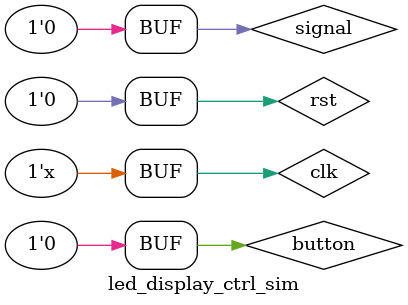
<source format=v>
`timescale 1ns/1ps        

module led_display_ctrl_sim();   
    reg clk;
    reg rst;
    reg button;
    reg signal;
    wire [7:0]led_en;
    wire led_ca;
    wire led_cb;
    wire led_cc;
    wire led_cd;
    wire led_ce;
    wire led_cf;
    wire led_cg;
    wire led_dp;
    
   initial    
   begin
        clk = 1'b0;rst = 1'b1;button = 1'b0;signal = 1'b0;
        #4 rst = 1'b0;
        #6 button = 1'b1;
        #10000000 signal = 1'b1;button = 1'b0;
        #1000000 signal = 1'b0;
        #500000 signal = 1'b1;
        #1000000 signal = 1'b0;
        #500000 signal = 1'b1;
        #1000000 signal = 1'b0;
        #500000 signal = 1'b1;
        #15000000 signal = 1'b0; 
        #500000 signal = 1'b1;
        #1000000 signal = 1'b0;
        #500000 signal = 1'b1;
        #1000000 signal = 1'b0;
        #500000 signal = 1'b1;
        #1000000 signal = 1'b0;
        #11000000 signal = 1'b1;
        #1000000 signal = 1'b0;
        #500000 signal = 1'b1;
        #1000000 signal = 1'b0;
        #500000 signal = 1'b1;
        #1000000 signal = 1'b0;
        #500000 signal = 1'b1;
        #15000000 signal = 1'b0; 
        #500000 signal = 1'b1;
        #1000000 signal = 1'b0;
        #500000 signal = 1'b1;
        #1000000 signal = 1'b0;
        #500000 signal = 1'b1;
        #1000000 signal = 1'b0;                                                              
   end
   always #5 clk = ~clk;
      
   led_display_ctrl u_led_display_ctrl(
        .clk      (clk   ),
        .rst      (rst   ),
        .button   (button),
        .signal   (signal),
        .led_en   (led_en),
        .led_ca   (led_ca),
        .led_cb   (led_cb),
        .led_cc   (led_cc),
        .led_cd   (led_cd),
        .led_ce   (led_ce),
        .led_cf   (led_cf),
        .led_cg   (led_cg),
        .led_dp   (led_dp)
    );
endmodule

</source>
